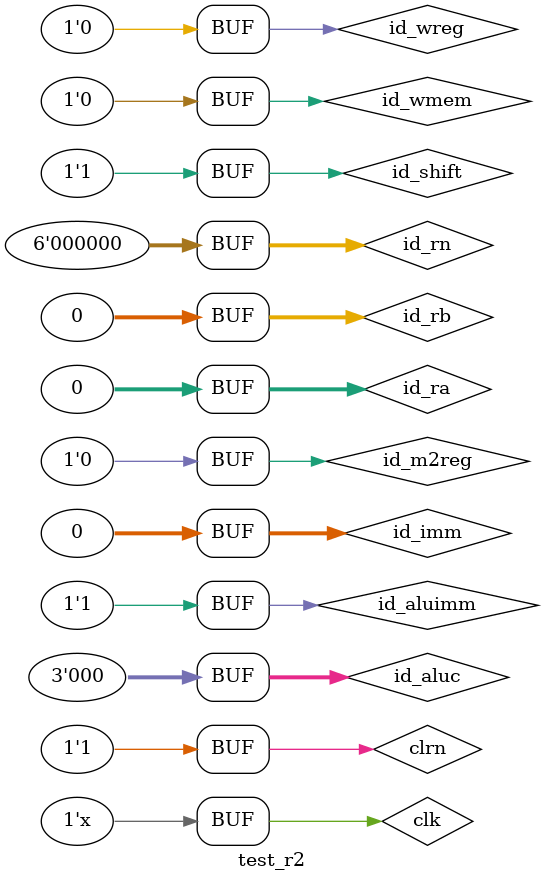
<source format=v>
`timescale 1ns / 1ps


module test_r2;

	// Inputs
	reg id_m2reg;
	reg id_wmem;
	reg [2:0] id_aluc;
	reg id_aluimm;
	reg [31:0] id_ra;
	reg [31:0] id_rb;
	reg [31:0] id_imm;
	reg id_shift;
	reg id_wreg;
	reg [5:0] id_rn;
	reg clk;
	reg clrn;

	// Outputs
	wire exe_m2reg;
	wire exe_wmem;
	wire [2:0] exe_aluc;
	wire exe_aluimm;
	wire [31:0] exe_ra;
	wire [31:0] exe_rb;
	wire [31:0] exe_imm;
	wire exe_shift;
	wire exe_wreg;
	wire [4:0] exe_rn;

	// Instantiate the Unit Under Test (UUT)
	id_exe_register uut (
		.id_m2reg(id_m2reg), 
		.id_wmem(id_wmem), 
		.id_aluc(id_aluc), 
		.id_aluimm(id_aluimm), 
		.id_ra(id_ra), 
		.id_rb(id_rb), 
		.id_imm(id_imm), 
		.id_shift(id_shift), 
		.id_wreg(id_wreg), 
		.id_rn(id_rn), 
		.clk(clk), 
		.clrn(clrn), 
		.exe_m2reg(exe_m2reg), 
		.exe_wmem(exe_wmem), 
		.exe_aluc(exe_aluc), 
		.exe_aluimm(exe_aluimm), 
		.exe_ra(exe_ra), 
		.exe_rb(exe_rb), 
		.exe_imm(exe_imm), 
		.exe_shift(exe_shift), 
		.exe_wreg(exe_wreg), 
		.exe_rn(exe_rn)
	);

	initial begin
		// Initialize Inputs
		id_m2reg = 0;
		id_wmem = 0;
		id_aluc = 0;
		id_aluimm = 0;
		id_ra = 0;
		id_rb = 0;
		id_imm = 0;
		id_shift = 0;
		id_wreg = 0;
		id_rn = 0;
		clk = 0;
		clrn = 0;

		// Wait 100 ns for global reset to finish
		#4;
			clrn = 1;
		  id_aluimm = 1;
		  id_shift = 1;
		// Add stimulus here

	end
      always #2 clk = ~clk;
endmodule
 

</source>
